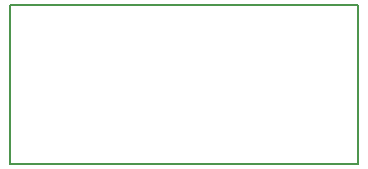
<source format=gm1>
G04 #@! TF.FileFunction,Profile,NP*
%FSLAX46Y46*%
G04 Gerber Fmt 4.6, Leading zero omitted, Abs format (unit mm)*
G04 Created by KiCad (PCBNEW (2016-02-15 BZR 6559)-product) date Tuesday, 23 February 2016 'pmt' 19:39:48*
%MOMM*%
G01*
G04 APERTURE LIST*
%ADD10C,0.100000*%
%ADD11C,0.150000*%
G04 APERTURE END LIST*
D10*
D11*
X119000000Y-113500000D02*
X119000000Y-100000000D01*
X148500000Y-113500000D02*
X119000000Y-113500000D01*
X148500000Y-113000000D02*
X148500000Y-113500000D01*
X148500000Y-112000000D02*
X148500000Y-113000000D01*
X148500000Y-111500000D02*
X148500000Y-112000000D01*
X148500000Y-100000000D02*
X148500000Y-111500000D01*
X119000000Y-100000000D02*
X148500000Y-100000000D01*
M02*

</source>
